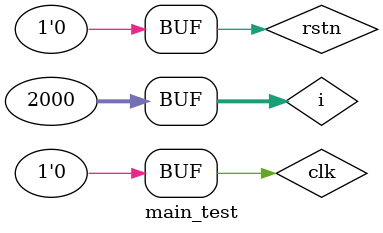
<source format=v>
`timescale 1ns / 1ps

module main_test;

   // Inputs
   reg clk, rstn = 1;
   reg iSig_branch;
   reg iSig_MemWrite, iSig_MemRead;
   reg iALUzero;
   reg [31:0] iALUresult;
   reg [31:0] iregfile_read_data2;

   reg [127:0] iread_from_ram;

   wire [31:0] oMemReadData, oALUresult;
   wire [31:0] oram_addr_wdata, oram_data_wdata;
   wire        oSig_PCSrc;
   wire ocacheHit;

   integer    i;

   // Instantiate the Unit Under Test (UUT)
   MemoryStage uut(
                   clk,
                   rstn,
                   iSig_branch,
                   iSig_MemWrite,
                   iSig_MemRead,
                   iALUzero,
                   iALUresult,
                   iregfile_read_data2,
                   iread_from_ram, // data read from ram incase of miss
                   oMemReadData,
                   oALUresult,
                   ocacheHit,
		   oram_addr_wdata,
		   oram_data_wdata,
                   oSig_PCSrc
                  );

   initial begin
      /// Initialize Inputs
      rstn = 0;
      #10;

      // #1;
   end

   initial begin
      clk = 0;
      for (i = 0; i < 2000; i = i + 1)
	#25 clk = ~clk;
   end


   initial begin
      $dumpfile("./main_test.vcd");
      $dumpvars;
   end

endmodule

</source>
